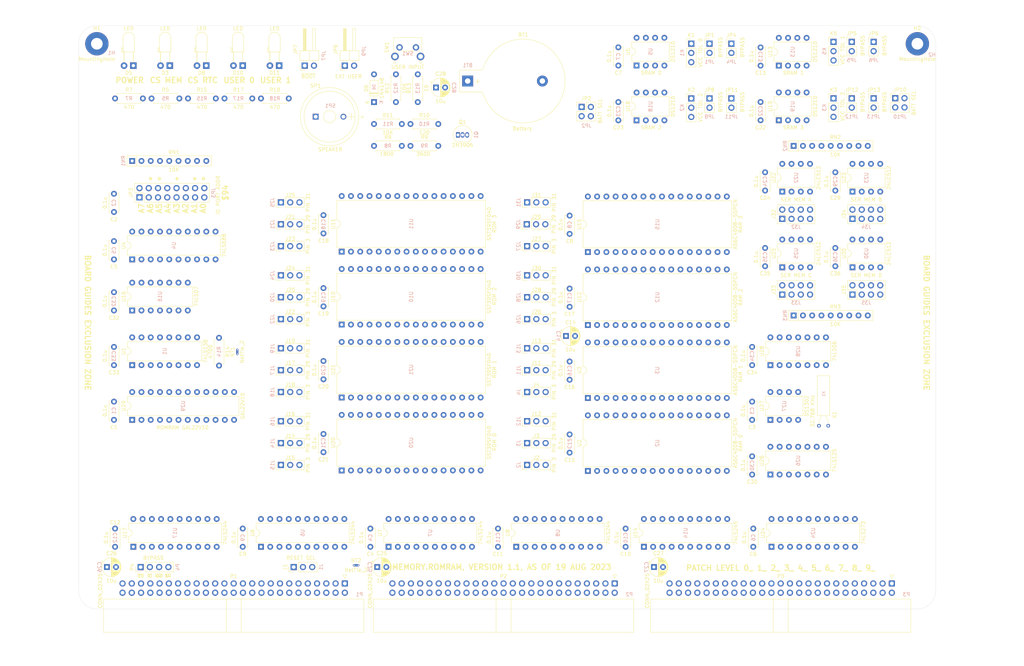
<source format=kicad_pcb>
(kicad_pcb (version 20211014) (generator pcbnew)
  (layers (0 "F.Cu" signal) (31 "B.Cu" signal) (34 "B.Paste" user) (35 "F.Paste" user) (36 "B.SilkS" user "B.Silkscreen") (37 "F.SilkS" user "F.Silkscreen") (38 "B.Mask" user) (39 "F.Mask" user) (44 "Edge.Cuts" user))
  (net 0 "")
  (net 1 "GND")
  (net 2 "VCC")
  (net 3 "Net-(D5-Pad2)")
  (net 4 "Net-(K1-Pad2)")
  (net 5 "Net-(K5-Pad2)")
  (net 6 "Net-(D3-Pad2)")
  (net 7 "Net-(D3-Pad1)")
  (net 8 "Net-(D8-Pad2)")
  (net 9 "Net-(D8-Pad1)")
  (net 10 "Net-(D10-Pad2)")
  (net 11 "Net-(D10-Pad1)")
  (net 12 "Net-(D11-Pad2)")
  (net 13 "Net-(D11-Pad1)")
  (net 14 "Net-(JP3-Pad10)")
  (net 15 "Net-(JP3-Pad8)")
  (net 16 "Net-(JP3-Pad6)")
  (net 17 "Net-(JP3-Pad4)")
  (net 18 "Net-(JP3-Pad2)")
  (net 19 "Net-(Q1-Pad3)")
  (net 20 "Net-(Q1-Pad2)")
  (net 21 "Net-(R10-Pad2)")
  (net 22 "Net-(U27-Pad3)")
  (net 23 "Net-(U27-Pad2)")
  (net 24 "/battery/V2032")
  (net 25 "VCC_SRAM0")
  (net 26 "VBAT2")
  (net 27 "VBAT1")
  (net 28 "~{CEO0}")
  (net 29 "~{CS_RAM0}")
  (net 30 "VCC_SRAM1")
  (net 31 "~{CEO1}")
  (net 32 "~{CS_RAM1}")
  (net 33 "/RTC/VBAT")
  (net 34 "bA14")
  (net 35 "bA15")
  (net 36 "~{bWR}")
  (net 37 "-12V")
  (net 38 "/bus/CRUCLK")
  (net 39 "~{M1}")
  (net 40 "~{MREQ}")
  (net 41 "~{IORQ}")
  (net 42 "~{WR}")
  (net 43 "~{RD}")
  (net 44 "A0")
  (net 45 "A1")
  (net 46 "A2")
  (net 47 "A3")
  (net 48 "A4")
  (net 49 "A5")
  (net 50 "A6")
  (net 51 "A7")
  (net 52 "A8")
  (net 53 "A9")
  (net 54 "A10")
  (net 55 "A11")
  (net 56 "A12")
  (net 57 "A13")
  (net 58 "A14")
  (net 59 "A15")
  (net 60 "+12V")
  (net 61 "D0")
  (net 62 "D1")
  (net 63 "D2")
  (net 64 "D3")
  (net 65 "D4")
  (net 66 "D5")
  (net 67 "D6")
  (net 68 "D7")
  (net 69 "/RTC/SPEAKER")
  (net 70 "bD2")
  (net 71 "bD1")
  (net 72 "bD0")
  (net 73 "bA13")
  (net 74 "bA0")
  (net 75 "bA8")
  (net 76 "bA1")
  (net 77 "bA9")
  (net 78 "bA2")
  (net 79 "bA11")
  (net 80 "bA3")
  (net 81 "~{bRD}")
  (net 82 "bA4")
  (net 83 "bA10")
  (net 84 "bA5")
  (net 85 "bA6")
  (net 86 "bD7")
  (net 87 "bA7")
  (net 88 "bD6")
  (net 89 "bA12")
  (net 90 "bD5")
  (net 91 "bD4")
  (net 92 "bD3")
  (net 93 "~{bIORQ}")
  (net 94 "~{bM1}")
  (net 95 "~{bRESET}")
  (net 96 "~{BUS_EN}")
  (net 97 "~{CS_RTC}")
  (net 98 "~{CS_ROM0}")
  (net 99 "~{bMREQ}")
  (net 100 "/RTC/RTC_DAT_IN")
  (net 101 "/RTC/RTC_CLK_IN")
  (net 102 "/RTC/RTC_WR_EN")
  (net 103 "/RTC/USERLED1")
  (net 104 "/RTC/RTC_RST_IN")
  (net 105 "/RTC/USERLED0")
  (net 106 "~{RTC_WR}")
  (net 107 "~{RTC_RD}")
  (net 108 "/RTC/RTC_DQ")
  (net 109 "ZERO")
  (net 110 "ONE")
  (net 111 "Net-(J2-Pad2)")
  (net 112 "Net-(J3-Pad2)")
  (net 113 "Net-(J4-Pad2)")
  (net 114 "Net-(J11-Pad2)")
  (net 115 "Net-(J12-Pad2)")
  (net 116 "Net-(J13-Pad2)")
  (net 117 "Net-(J14-Pad2)")
  (net 118 "Net-(J15-Pad2)")
  (net 119 "Net-(J16-Pad2)")
  (net 120 "Net-(J17-Pad2)")
  (net 121 "Net-(J18-Pad2)")
  (net 122 "Net-(J19-Pad2)")
  (net 123 "~{BOOT}")
  (net 124 "~{CS_ROM1}")
  (net 125 "Net-(J20-Pad2)")
  (net 126 "Net-(J21-Pad2)")
  (net 127 "Net-(J22-Pad2)")
  (net 128 "Net-(J23-Pad2)")
  (net 129 "Net-(J24-Pad2)")
  (net 130 "Net-(J25-Pad2)")
  (net 131 "Net-(J26-Pad2)")
  (net 132 "Net-(J27-Pad2)")
  (net 133 "Net-(J28-Pad2)")
  (net 134 "Net-(J29-Pad2)")
  (net 135 "Net-(J30-Pad2)")
  (net 136 "Net-(J31-Pad2)")
  (net 137 "Net-(JP3-Pad16)")
  (net 138 "Net-(JP3-Pad14)")
  (net 139 "Net-(JP3-Pad12)")
  (net 140 "A16")
  (net 141 "A17")
  (net 142 "A18")
  (net 143 "A19")
  (net 144 "A20")
  (net 145 "A21")
  (net 146 "bA17")
  (net 147 "bA16")
  (net 148 "bA18")
  (net 149 "~{IO_EN}")
  (net 150 "bA20")
  (net 151 "bA21")
  (net 152 "bA19")
  (net 153 "~{CS_ROM2}")
  (net 154 "~{CS_ROM3}")
  (net 155 "~{CS_RAM2}")
  (net 156 "~{CS_RAM3}")
  (net 157 "~{MEM_EN}")
  (net 158 "~{CS_MEM}")
  (net 159 "VCC_SRAM2")
  (net 160 "~{CEO2}")
  (net 161 "VCC_SRAM3")
  (net 162 "~{CEO3}")
  (net 163 "Net-(K2-Pad2)")
  (net 164 "Net-(K3-Pad2)")
  (net 165 "~{IEO}")
  (net 166 "~{IEI}")
  (net 167 "~{BAO}")
  (net 168 "~{BAI}")
  (net 169 "/RTC/USERBUTN")
  (net 170 "Net-(JP9-Pad1)")
  (net 171 "/bus/E")
  (net 172 "/bus/ST")
  (net 173 "/bus/PHI")
  (net 174 "/bus/~{INT2}")
  (net 175 "/bus/~{INT1}")
  (net 176 "/bus/~{BUSACK}")
  (net 177 "~{RES_IN}")
  (net 178 "/bus/CLK")
  (net 179 "/bus/CRUOUT")
  (net 180 "/bus/~{INT0}")
  (net 181 "/bus/CRUIN")
  (net 182 "/bus/~{NMI}")
  (net 183 "~{RES_OUT}")
  (net 184 "/bus/USER8")
  (net 185 "/bus/~{BUSRQ}")
  (net 186 "/bus/USER7")
  (net 187 "/bus/~{WAIT}")
  (net 188 "/bus/USER6")
  (net 189 "/bus/~{HALT}")
  (net 190 "/bus/USER5")
  (net 191 "/bus/~{RFSH}")
  (net 192 "/bus/USER4")
  (net 193 "/bus/~{EIRQ7}")
  (net 194 "/bus/USER3")
  (net 195 "/bus/~{EIRQ6}")
  (net 196 "/bus/USER2")
  (net 197 "/bus/~{EIRQ5}")
  (net 198 "/bus/USER1")
  (net 199 "/bus/~{EIRQ4}")
  (net 200 "/bus/USER0")
  (net 201 "/bus/~{EIRQ3}")
  (net 202 "/bus/~{EIRQ2}")
  (net 203 "/bus/~{EIRQ1}")
  (net 204 "/bus/~{EIRQ0}")
  (net 205 "I2C_SCL")
  (net 206 "I2C_SDA")
  (net 207 "/bus/A31")
  (net 208 "/bus/A30")
  (net 209 "/bus/A29")
  (net 210 "/bus/A28")
  (net 211 "/bus/A27")
  (net 212 "/bus/A26")
  (net 213 "/bus/A25")
  (net 214 "/bus/A24")
  (net 215 "/bus/A23")
  (net 216 "/bus/A22")
  (net 217 "/bus/IC3")
  (net 218 "/bus/~{TEND1}")
  (net 219 "/bus/IC2")
  (net 220 "/bus/~{DREQ1}")
  (net 221 "/bus/IC1")
  (net 222 "/bus/~{TEND0}")
  (net 223 "/bus/IC0")
  (net 224 "/bus/~{DREQ0}")
  (net 225 "/bus/AUXCLK1")
  (net 226 "/bus/AUXCLK0")
  (net 227 "/bus/D15")
  (net 228 "/bus/D31")
  (net 229 "/bus/D14")
  (net 230 "/bus/D30")
  (net 231 "/bus/D13")
  (net 232 "/bus/D29")
  (net 233 "/bus/D12")
  (net 234 "/bus/D28")
  (net 235 "/bus/D11")
  (net 236 "/bus/D27")
  (net 237 "/bus/D10")
  (net 238 "/bus/D26")
  (net 239 "/bus/D9")
  (net 240 "/bus/D25")
  (net 241 "/bus/D8")
  (net 242 "/bus/D24")
  (net 243 "/bus/D23")
  (net 244 "/bus/D22")
  (net 245 "/bus/D21")
  (net 246 "/bus/D20")
  (net 247 "/bus/D19")
  (net 248 "/bus/D18")
  (net 249 "/bus/D17")
  (net 250 "/bus/D16")
  (net 251 "/bus/~{BUSERR}")
  (net 252 "/bus/UDS")
  (net 253 "/bus/~{VPA}")
  (net 254 "/bus/LDS")
  (net 255 "/bus/~{VMA}")
  (net 256 "/bus/S2")
  (net 257 "/bus/~{BHE}")
  (net 258 "/bus/S1")
  (net 259 "/bus/IPL2")
  (net 260 "/bus/S0")
  (net 261 "/bus/IPL1")
  (net 262 "/bus/AUXCLK3")
  (net 263 "/bus/IPL0")
  (net 264 "/bus/AUXCLK2")
  (net 298 "Net-(J1-Pad2)")
  (net 299 "Net-(J33-Pad6)")
  (net 300 "Net-(J33-Pad4)")
  (net 301 "Net-(J33-Pad2)")
  (net 302 "Net-(J32-Pad2)")
  (net 303 "Net-(J32-Pad4)")
  (net 304 "Net-(J35-Pad6)")
  (net 305 "Net-(J35-Pad4)")
  (net 306 "Net-(J35-Pad2)")
  (net 307 "Net-(J32-Pad6)")
  (net 308 "Net-(J32-Pad8)")
  (net 309 "Net-(J33-Pad8)")
  (net 310 "Net-(J34-Pad2)")
  (net 311 "Net-(J34-Pad4)")
  (net 312 "Net-(J34-Pad6)")
  (net 313 "Net-(J34-Pad8)")
  (net 314 "Net-(J35-Pad8)")
  (footprint "Connector_IDC:IDC-Header_2x25_P2.54mm_Horizontal" (layer "F.Cu") (at 258 223 -90)
    (fp_text reference "P3")
    (fp_text value "CONN_02X25")
  )
  (footprint "MountingHole:MountingHole_3.2mm_M3_Pad" (layer "F.Cu") (at 40 75)
    (fp_text reference "H1")
    (fp_text value "MountingHole")
  )
  (footprint "MountingHole:MountingHole_3.2mm_M3_Pad" (layer "F.Cu") (at 265 75)
    (fp_text reference "H2")
    (fp_text value "MountingHole")
  )
  (footprint "Capacitor_THT:C_Disc_D5.0mm_W2.5mm_P5.00mm" (layer "F.Cu") (at 169.64 182.1252 -90)
    (fp_text reference "C15")
    (fp_text value "0.1u")
  )
  (footprint "Capacitor_THT:C_Disc_D5.0mm_W2.5mm_P5.00mm" (layer "F.Cu") (at 169.64 162.13 -90)
    (fp_text reference "C16")
    (fp_text value "0.1u")
  )
  (footprint "Capacitor_THT:C_Disc_D5.0mm_W2.5mm_P5.00mm" (layer "F.Cu") (at 150 207.94 -90)
    (fp_text reference "C11")
    (fp_text value "0.1u")
  )
  (footprint "Capacitor_THT:C_Disc_D5.0mm_W2.5mm_P5.00mm" (layer "F.Cu") (at 45 207.94 -90)
    (fp_text reference "C12")
    (fp_text value "0.1u")
  )
  (footprint "Capacitor_THT:C_Disc_D5.0mm_W2.5mm_P5.00mm" (layer "F.Cu") (at 44.69 173.13 -90)
    (fp_text reference "C1")
    (fp_text value "0.1u")
  )
  (footprint "Capacitor_THT:C_Disc_D5.0mm_W2.5mm_P5.00mm" (layer "F.Cu") (at 115 207.94 -90)
    (fp_text reference "C4")
    (fp_text value "0.1u")
  )
  (footprint "Capacitor_THT:C_Disc_D5.0mm_W2.5mm_P5.00mm" (layer "F.Cu") (at 80 207.94 -90)
    (fp_text reference "C9")
    (fp_text value "0.1u")
  )
  (footprint "Capacitor_THT:CP_Radial_D5.0mm_P2.50mm" (layer "F.Cu") (at 116.8796 218.5)
    (fp_text reference "C25")
    (fp_text value "10u")
  )
  (footprint "Capacitor_THT:CP_Radial_D5.0mm_P2.50mm" (layer "F.Cu") (at 42.7498 218.5)
    (fp_text reference "C26")
    (fp_text value "10u")
  )
  (footprint "LED_THT:LED_D3.0mm_Horizontal_O3.81mm_Z2.0mm" (layer "F.Cu") (at 50 81 180)
    (fp_text reference "D5")
    (fp_text value "LED")
  )
  (footprint "Resistor_THT:R_Axial_DIN0207_L6.3mm_D2.5mm_P7.62mm_Horizontal" (layer "F.Cu") (at 45 90)
    (fp_text reference "R7")
    (fp_text value "470")
  )
  (footprint "Package_DIP:DIP-20_W7.62mm" (layer "F.Cu") (at 85 212.94 90)
    (fp_text reference "U6")
    (fp_text value "74LS244")
  )
  (footprint "Package_DIP:DIP-32_W15.24mm" (layer "F.Cu") (at 174.64 192.13 90)
    (fp_text reference "U2")
    (fp_text value "AS6C4008-55PCN")
  )
  (footprint "Package_DIP:DIP-32_W15.24mm" (layer "F.Cu") (at 174.64 172.13 90)
    (fp_text reference "U3")
    (fp_text value "AS6C4008-55PCN")
  )
  (footprint "Package_DIP:DIP-20_W7.62mm" (layer "F.Cu") (at 50 212.94 90)
    (fp_text reference "U17")
    (fp_text value "74LS244")
  )
  (footprint "Package_DIP:DIP-14_W7.62mm" (layer "F.Cu") (at 49.69 148.13 90)
    (fp_text reference "U16")
    (fp_text value "74LS07")
  )
  (footprint "Capacitor_THT:C_Disc_D5.0mm_W2.5mm_P5.00mm" (layer "F.Cu") (at 185 207.94 -90)
    (fp_text reference "C10")
    (fp_text value "0.1u")
  )
  (footprint "Package_DIP:DIP-20_W7.62mm" (layer "F.Cu") (at 120 212.94 90)
    (fp_text reference "U7")
    (fp_text value "74LS244")
  )
  (footprint "Package_DIP:DIP-20_W7.62mm" (layer "F.Cu") (at 49.69 134.13 90)
    (fp_text reference "U4")
    (fp_text value "74LS688")
  )
  (footprint "Resistor_THT:R_Array_SIP9" (layer "F.Cu") (at 49.69 107.13)
    (fp_text reference "RN1")
    (fp_text value "10K")
  )
  (footprint "Capacitor_THT:C_Disc_D5.0mm_W2.5mm_P5.00mm" (layer "F.Cu") (at 44.69 129.13 -90)
    (fp_text reference "C5")
    (fp_text value "0.1u")
  )
  (footprint "Connector_PinHeader_2.54mm:PinHeader_2x08_P2.54mm_Vertical" (layer "F.Cu") (at 51.69 117.13 90)
    (fp_text reference "JP3")
    (fp_text value "IO PORT ADDR")
  )
  (footprint "Capacitor_THT:C_Disc_D5.0mm_W2.5mm_P5.00mm" (layer "F.Cu") (at 44.69 116.13 -90)
    (fp_text reference "C2")
    (fp_text value "0.1u")
  )
  (footprint "Capacitor_THT:C_Disc_D5.0mm_W2.5mm_P5.00mm" (layer "F.Cu") (at 219.69 173.13 -90)
    (fp_text reference "C3")
    (fp_text value "0.1u")
  )
  (footprint "Capacitor_THT:CP_Radial_D5.0mm_P2.50mm" (layer "F.Cu") (at 192.7498 218.5)
    (fp_text reference "C27")
    (fp_text value "10u")
  )
  (footprint "Capacitor_THT:CP_Radial_D5.0mm_P2.50mm" (layer "F.Cu") (at 133 87)
    (fp_text reference "C28")
    (fp_text value "10u")
  )
  (footprint "Capacitor_THT:C_Disc_D5.0mm_W2.5mm_P5.00mm" (layer "F.Cu") (at 219.69 188.13 -90)
    (fp_text reference "C30")
    (fp_text value "0.1u")
  )
  (footprint "Capacitor_THT:C_Disc_D5.0mm_W2.5mm_P5.00mm" (layer "F.Cu") (at 44.69 143.13 -90)
    (fp_text reference "C32")
    (fp_text value "0.1u")
  )
  (footprint "Capacitor_THT:C_Disc_D5.0mm_W2.5mm_P5.00mm" (layer "F.Cu") (at 44.69 158.13 -90)
    (fp_text reference "C33")
    (fp_text value "0.1u")
  )
  (footprint "Capacitor_THT:C_Disc_D5.0mm_W2.5mm_P5.00mm" (layer "F.Cu") (at 219.69 158.13 -90)
    (fp_text reference "C34")
    (fp_text value "0.1u")
  )
  (footprint "LED_THT:LED_D3.0mm_Horizontal_O3.81mm_Z2.0mm" (layer "F.Cu") (at 70 81 180)
    (fp_text reference "D8")
    (fp_text value "LED")
  )
  (footprint "LED_THT:LED_D3.0mm_Horizontal_O3.81mm_Z2.0mm" (layer "F.Cu") (at 80 81 180)
    (fp_text reference "D10")
    (fp_text value "LED")
  )
  (footprint "LED_THT:LED_D3.0mm_Horizontal_O3.81mm_Z2.0mm" (layer "F.Cu") (at 90 81 180)
    (fp_text reference "D11")
    (fp_text value "LED")
  )
  (footprint "Connector_PinHeader_2.54mm:PinHeader_1x02_P2.54mm_Horizontal" (layer "F.Cu") (at 108 81 90)
    (fp_text reference "JP9")
    (fp_text value "EXT USER")
  )
  (footprint "Connector_PinHeader_2.54mm:PinHeader_2x02_P2.54mm_Vertical" (layer "F.Cu") (at 258.925 89.925)
    (fp_text reference "JP10")
    (fp_text value "BATT SEL")
  )
  (footprint "Connector_IDC:IDC-Header_2x25_P2.54mm_Horizontal" (layer "F.Cu") (at 108 223 -90)
    (fp_text reference "P1")
    (fp_text value "CONN_02X25")
  )
  (footprint "Connector_IDC:IDC-Header_2x25_P2.54mm_Horizontal" (layer "F.Cu") (at 182 223 -90)
    (fp_text reference "P2")
    (fp_text value "CONN_02X25")
  )
  (footprint "Package_TO_SOT_THT:TO-92_Inline" (layer "F.Cu") (at 139 100)
    (fp_text reference "Q1")
    (fp_text value "2N3906")
  )
  (footprint "Resistor_THT:R_Axial_DIN0207_L6.3mm_D2.5mm_P7.62mm_Horizontal" (layer "F.Cu") (at 116 103)
    (fp_text reference "R8")
    (fp_text value "1800")
  )
  (footprint "Resistor_THT:R_Axial_DIN0207_L6.3mm_D2.5mm_P7.62mm_Horizontal" (layer "F.Cu") (at 126 103)
    (fp_text reference "R9")
    (fp_text value "3600")
  )
  (footprint "Resistor_THT:R_Axial_DIN0207_L6.3mm_D2.5mm_P7.62mm_Horizontal" (layer "F.Cu") (at 126 97)
    (fp_text reference "R10")
    (fp_text value "120")
  )
  (footprint "Resistor_THT:R_Axial_DIN0207_L6.3mm_D2.5mm_P7.62mm_Horizontal" (layer "F.Cu") (at 116 97)
    (fp_text reference "R11")
    (fp_text value "10K")
  )
  (footprint "Resistor_THT:R_Axial_DIN0207_L6.3mm_D2.5mm_P7.62mm_Horizontal" (layer "F.Cu") (at 122 91 90)
    (fp_text reference "R12")
    (fp_text value "10K")
  )
  (footprint "Resistor_THT:R_Axial_DIN0207_L6.3mm_D2.5mm_P7.62mm_Horizontal" (layer "F.Cu") (at 128 91 90)
    (fp_text reference "R13")
    (fp_text value "10")
  )
  (footprint "Resistor_THT:R_Axial_DIN0207_L6.3mm_D2.5mm_P7.62mm_Horizontal" (layer "F.Cu") (at 65 90)
    (fp_text reference "R15")
    (fp_text value "470")
  )
  (footprint "Resistor_THT:R_Axial_DIN0207_L6.3mm_D2.5mm_P7.62mm_Horizontal" (layer "F.Cu") (at 75 90)
    (fp_text reference "R17")
    (fp_text value "470")
  )
  (footprint "Resistor_THT:R_Axial_DIN0207_L6.3mm_D2.5mm_P7.62mm_Horizontal" (layer "F.Cu") (at 85 90)
    (fp_text reference "R18")
    (fp_text value "470")
  )
  (footprint "Buzzer_Beeper:MagneticBuzzer_StarMicronics_HMB-06_HMB-12" (layer "F.Cu") (at 100 95)
    (fp_text reference "SP1")
    (fp_text value "SPEAKER")
  )
  (footprint "Button_Switch_THT:SW_Tactile_SPST_Angled_PTS645Vx58-2LFS" (layer "F.Cu") (at 123 76)
    (fp_text reference "SW1")
    (fp_text value "USER INPUT")
  )
  (footprint "Package_DIP:DIP-20_W7.62mm" (layer "F.Cu") (at 225 212.94 90)
    (fp_text reference "U24")
    (fp_text value "74LS273")
  )
  (footprint "Package_DIP:DIP-14_W7.62mm" (layer "F.Cu") (at 224.69 193.13 90)
    (fp_text reference "U26")
    (fp_text value "74LS125")
  )
  (footprint "Package_DIP:DIP-8_W7.62mm" (layer "F.Cu") (at 224.69 178.13 90)
    (fp_text reference "U27")
    (fp_text value "DS1302")
  )
  (footprint "Package_DIP:DIP-14_W7.62mm" (layer "F.Cu") (at 224.69 163.13 90)
    (fp_text reference "U28")
    (fp_text value "74LS06")
  )
  (footprint "Crystal:Crystal_AT310_D3.0mm_L10.0mm_Horizontal" (layer "F.Cu") (at 240.55 179.75 180)
    (fp_text reference "X1")
    (fp_text value "32.768 KHz")
  )
  (footprint "Package_DIP:DIP-20_W7.62mm" (layer "F.Cu") (at 190 212.94 90)
    (fp_text reference "U14")
    (fp_text value "74LS245")
  )
  (footprint "Connector_PinHeader_2.54mm:PinHeader_1x02_P2.54mm_Vertical" (layer "F.Cu") (at 214 74.975)
    (fp_text reference "JP4")
    (fp_text value "BYPASS")
  )
  (footprint "Connector_PinHeader_2.54mm:PinHeader_1x02_P2.54mm_Vertical" (layer "F.Cu") (at 247 74.495)
    (fp_text reference "JP5")
    (fp_text value "BYPASS")
  )
  (footprint "Connector_PinHeader_2.54mm:PinHeader_1x03_P2.54mm_Vertical" (layer "F.Cu") (at 242 74.495)
    (fp_text reference "K5")
    (fp_text value "VCC TOL 1")
  )
  (footprint "Connector_PinHeader_2.54mm:PinHeader_1x02_P2.54mm_Vertical" (layer "F.Cu") (at 253 74.495)
    (fp_text reference "JP6")
    (fp_text value "BYPASS")
  )
  (footprint "Connector_PinHeader_2.54mm:PinHeader_1x02_P2.54mm_Vertical" (layer "F.Cu") (at 208 74.975)
    (fp_text reference "JP1")
    (fp_text value "BYPASS")
  )
  (footprint "Capacitor_THT:C_Disc_D5.0mm_W2.5mm_P5.00mm" (layer "F.Cu") (at 183 75.975 -90)
    (fp_text reference "C7")
    (fp_text value "0.1u")
  )
  (footprint "Connector_PinHeader_2.54mm:PinHeader_1x03_P2.54mm_Vertical" (layer "F.Cu") (at 203 74.975)
    (fp_text reference "K1")
    (fp_text value "VCC TOL 0")
  )
  (footprint "Package_DIP:DIP-8_W7.62mm" (layer "F.Cu") (at 188 80.975 90)
    (fp_text reference "U5")
    (fp_text value "DS1210")
  )
  (footprint "Package_DIP:DIP-8_W7.62mm" (layer "F.Cu") (at 227 80.995 90)
    (fp_text reference "U13")
    (fp_text value "DS1210")
  )
  (footprint "Connector_PinHeader_2.54mm:PinHeader_2x02_P2.54mm_Vertical" (layer "F.Cu") (at 172.925 92.325)
    (fp_text reference "JP2")
    (fp_text value "BATT SEL")
  )
  (footprint "Diode_THT:D_DO-35_SOD27_P7.62mm_Horizontal" (layer "F.Cu") (at 116 91 90)
    (fp_text reference "D6")
    (fp_text value "1N4148")
  )
  (footprint "Capacitor_THT:C_Disc_D5.0mm_W2.5mm_P5.00mm" (layer "F.Cu") (at 220 207.94 -90)
    (fp_text reference "C6")
    (fp_text value "0.1u")
  )
  (footprint "Capacitor_THT:C_Disc_D5.0mm_W2.5mm_P5.00mm" (layer "F.Cu") (at 222 75.995 -90)
    (fp_text reference "C13")
    (fp_text value "0.1u")
  )
  (footprint "Capacitor_THT:C_Disc_D5.0mm_W2.5mm_P5.00mm" (layer "F.Cu") (at 169.64 142.13 -90)
    (fp_text reference "C17")
    (fp_text value "0.1u")
  )
  (footprint "Package_DIP:DIP-24_W7.62mm" (layer "F.Cu") (at 49.69 178.13 90)
    (fp_text reference "U29")
    (fp_text value "GAL22V10")
  )
  (footprint "Capacitor_THT:C_Disc_D5.0mm_W2.5mm_P5.00mm" (layer "F.Cu") (at 169.64 122.13 -90)
    (fp_text reference "C8")
    (fp_text value "0.1u")
  )
  (footprint "Connector_PinHeader_2.54mm:PinHeader_1x03_P2.54mm_Vertical" (layer "F.Cu") (at 157.975 190.5 90)
    (fp_text reference "J2")
    (fp_text value "PIN 3")
  )
  (footprint "Connector_PinHeader_2.54mm:PinHeader_1x03_P2.54mm_Vertical" (layer "F.Cu") (at 157.975 184.5 90)
    (fp_text reference "J3")
    (fp_text value "PIN 29")
  )
  (footprint "Connector_PinHeader_2.54mm:PinHeader_1x03_P2.54mm_Vertical" (layer "F.Cu") (at 157.975 170.5 90)
    (fp_text reference "J4")
    (fp_text value "PIN 3")
  )
  (footprint "Connector_PinHeader_2.54mm:PinHeader_1x03_P2.54mm_Vertical" (layer "F.Cu") (at 157.975 164.5 90)
    (fp_text reference "J11")
    (fp_text value "PIN 29")
  )
  (footprint "Connector_PinHeader_2.54mm:PinHeader_1x03_P2.54mm_Vertical" (layer "F.Cu") (at 157.975 178.5 90)
    (fp_text reference "J12")
    (fp_text value "PIN 31")
  )
  (footprint "Connector_PinHeader_2.54mm:PinHeader_1x03_P2.54mm_Vertical" (layer "F.Cu") (at 157.975 158.5 90)
    (fp_text reference "J13")
    (fp_text value "PIN 31")
  )
  (footprint "Connector_PinHeader_2.54mm:PinHeader_1x03_P2.54mm_Vertical" (layer "F.Cu") (at 90.475 190.5 90)
    (fp_text reference "J15")
    (fp_text value "PIN 3")
  )
  (footprint "Connector_PinHeader_2.54mm:PinHeader_1x03_P2.54mm_Vertical" (layer "F.Cu") (at 90.475 178.5 90)
    (fp_text reference "J16")
    (fp_text value "PIN 31")
  )
  (footprint "Connector_PinHeader_2.54mm:PinHeader_1x03_P2.54mm_Vertical" (layer "F.Cu") (at 90.475 158.5 90)
    (fp_text reference "J19")
    (fp_text value "PIN 31")
  )
  (footprint "Connector_PinHeader_2.54mm:PinHeader_1x03_P2.54mm_Vertical" (layer "F.Cu") (at 90.475 170.5 90)
    (fp_text reference "J18")
    (fp_text value "PIN 3")
  )
  (footprint "Connector_PinHeader_2.54mm:PinHeader_1x03_P2.54mm_Vertical" (layer "F.Cu") (at 90.475 164.5 90)
    (fp_text reference "J17")
    (fp_text value "PIN 29")
  )
  (footprint "Connector_PinHeader_2.54mm:PinHeader_1x03_P2.54mm_Vertical" (layer "F.Cu") (at 90.475 184.5 90)
    (fp_text reference "J14")
    (fp_text value "PIN 29")
  )
  (footprint "Connector_PinHeader_2.54mm:PinHeader_1x02_P2.54mm_Horizontal" (layer "F.Cu") (at 97 81 90)
    (fp_text reference "JP7")
    (fp_text value "~{BOOT}")
  )
  (footprint "Resistor_THT:R_Axial_DIN0207_L6.3mm_D2.5mm_P7.62mm_Horizontal" (layer "F.Cu") (at 73.5 155.63 -90)
    (fp_text reference "R14")
    (fp_text value "4700")
  )
  (footprint "Connector_PinHeader_2.54mm:PinHeader_1x03_P2.54mm_Vertical" (layer "F.Cu") (at 90.475 144.5 90)
    (fp_text reference "J20")
    (fp_text value "PIN 29")
  )
  (footprint "Connector_PinHeader_2.54mm:PinHeader_1x03_P2.54mm_Vertical" (layer "F.Cu") (at 90.475 124.5 90)
    (fp_text reference "J21")
    (fp_text value "PIN 29")
  )
  (footprint "Connector_PinHeader_2.54mm:PinHeader_1x03_P2.54mm_Vertical" (layer "F.Cu") (at 90.475 150.5 90)
    (fp_text reference "J22")
    (fp_text value "PIN 3")
  )
  (footprint "Connector_PinHeader_2.54mm:PinHeader_1x03_P2.54mm_Vertical" (layer "F.Cu") (at 90.475 130.5 90)
    (fp_text reference "J23")
    (fp_text value "PIN 3")
  )
  (footprint "Connector_PinHeader_2.54mm:PinHeader_1x03_P2.54mm_Vertical" (layer "F.Cu") (at 90.475 138.5 90)
    (fp_text reference "J24")
    (fp_text value "PIN 31")
  )
  (footprint "Connector_PinHeader_2.54mm:PinHeader_1x03_P2.54mm_Vertical" (layer "F.Cu") (at 90.475 118.5 90)
    (fp_text reference "J25")
    (fp_text value "PIN 31")
  )
  (footprint "Connector_PinHeader_2.54mm:PinHeader_1x03_P2.54mm_Vertical" (layer "F.Cu") (at 157.975 130.5 90)
    (fp_text reference "J27")
    (fp_text value "PIN 3")
  )
  (footprint "Connector_PinHeader_2.54mm:PinHeader_1x03_P2.54mm_Vertical" (layer "F.Cu") (at 157.975 144.5 90)
    (fp_text reference "J28")
    (fp_text value "PIN 29")
  )
  (footprint "Connector_PinHeader_2.54mm:PinHeader_1x03_P2.54mm_Vertical" (layer "F.Cu") (at 157.895 124.5 90)
    (fp_text reference "J29")
    (fp_text value "PIN 29")
  )
  (footprint "Connector_PinHeader_2.54mm:PinHeader_1x03_P2.54mm_Vertical" (layer "F.Cu") (at 157.975 138.5 90)
    (fp_text reference "J30")
    (fp_text value "PIN 31")
  )
  (footprint "Connector_PinHeader_2.54mm:PinHeader_1x03_P2.54mm_Vertical" (layer "F.Cu") (at 157.975 118.5 90)
    (fp_text reference "J31")
    (fp_text value "PIN 31")
  )
  (footprint "Package_DIP:DIP-20_W7.62mm" (layer "F.Cu") (at 155 212.94 90)
    (fp_text reference "U8")
    (fp_text value "74LS244")
  )
  (footprint "Package_DIP:DIP-32_W15.24mm" (layer "F.Cu") (at 107.14 152.005 90)
    (fp_text reference "U10")
    (fp_text value "SST39SF040")
  )
  (footprint "Package_DIP:DIP-32_W15.24mm" (layer "F.Cu") (at 107.14 132.005 90)
    (fp_text reference "U11")
    (fp_text value "SST39SF040")
  )
  (footprint "Package_DIP:DIP-32_W15.24mm" (layer "F.Cu") (at 174.64 152.13 90)
    (fp_text reference "U12")
    (fp_text value "AS6C4008-55PCN")
  )
  (footprint "Package_DIP:DIP-16_W7.62mm" (layer "F.Cu") (at 49.69 163.13 90)
    (fp_text reference "U1")
    (fp_text value "74LS138")
  )
  (footprint "Package_DIP:DIP-32_W15.24mm" (layer "F.Cu") (at 174.64 132.13 90)
    (fp_text reference "U15")
    (fp_text value "AS6C4008-55PCN")
  )
  (footprint "Connector_PinHeader_2.54mm:PinHeader_1x03_P2.54mm_Vertical" (layer "F.Cu") (at 157.975 150.5 90)
    (fp_text reference "J26")
    (fp_text value "PIN 3")
  )
  (footprint "Capacitor_THT:CP_Radial_D5.0mm_P2.50mm" (layer "F.Cu") (at 168.64 155.13)
    (fp_text reference "C14")
    (fp_text value "10u")
  )
  (footprint "Package_DIP:DIP-32_W15.24mm" (layer "F.Cu") (at 107.14 172.005 90)
    (fp_text reference "U21")
    (fp_text value "SST39SF040")
  )
  (footprint "Package_DIP:DIP-32_W15.24mm" (layer "F.Cu") (at 107.14 192.005 90)
    (fp_text reference "U20")
    (fp_text value "SST39SF040")
  )
  (footprint "Capacitor_THT:C_Disc_D5.0mm_W2.5mm_P5.00mm" (layer "F.Cu") (at 102.14 122.005 -90)
    (fp_text reference "C18")
    (fp_text value "0.1u")
  )
  (footprint "Capacitor_THT:C_Disc_D5.0mm_W2.5mm_P5.00mm" (layer "F.Cu") (at 102.14 142.005 -90)
    (fp_text reference "C19")
    (fp_text value "0.1u")
  )
  (footprint "Capacitor_THT:C_Disc_D5.0mm_W2.5mm_P5.00mm" (layer "F.Cu") (at 102.14 162.005 -90)
    (fp_text reference "C20")
    (fp_text value "0.1u")
  )
  (footprint "Capacitor_THT:C_Disc_D5.0mm_W2.5mm_P5.00mm" (layer "F.Cu") (at 102.14 182.005 -90)
    (fp_text reference "C21")
    (fp_text value "0.1u")
  )
  (footprint "Connector_PinHeader_2.54mm:PinHeader_1x02_P2.54mm_Vertical" (layer "F.Cu") (at 208 89.995)
    (fp_text reference "JP8")
    (fp_text value "BYPASS")
  )
  (footprint "Connector_PinHeader_2.54mm:PinHeader_1x02_P2.54mm_Vertical" (layer "F.Cu") (at 214 89.995)
    (fp_text reference "JP11")
    (fp_text value "BYPASS")
  )
  (footprint "Connector_PinHeader_2.54mm:PinHeader_1x02_P2.54mm_Vertical" (layer "F.Cu") (at 247 89.975)
    (fp_text reference "JP12")
    (fp_text value "BYPASS")
  )
  (footprint "Connector_PinHeader_2.54mm:PinHeader_1x02_P2.54mm_Vertical" (layer "F.Cu") (at 253 89.975)
    (fp_text reference "JP13")
    (fp_text value "BYPASS")
  )
  (footprint "Connector_PinHeader_2.54mm:PinHeader_1x03_P2.54mm_Vertical" (layer "F.Cu") (at 203 89.995)
    (fp_text reference "K2")
    (fp_text value "VCC TOL 2")
  )
  (footprint "Connector_PinHeader_2.54mm:PinHeader_1x03_P2.54mm_Vertical" (layer "F.Cu") (at 242 89.975)
    (fp_text reference "K3")
    (fp_text value "VCC TOL 3")
  )
  (footprint "Package_DIP:DIP-8_W7.62mm" (layer "F.Cu") (at 188 95.995 90)
    (fp_text reference "U18")
    (fp_text value "DS1210")
  )
  (footprint "Package_DIP:DIP-8_W7.62mm" (layer "F.Cu") (at 227 95.975 90)
    (fp_text reference "U19")
    (fp_text value "DS1210")
  )
  (footprint "Capacitor_THT:C_Disc_D5.0mm_W2.5mm_P5.00mm" (layer "F.Cu") (at 222 90.975 -90)
    (fp_text reference "C22")
    (fp_text value "0.1u")
  )
  (footprint "Capacitor_THT:C_Disc_D5.0mm_W2.5mm_P5.00mm" (layer "F.Cu") (at 183 90.995 -90)
    (fp_text reference "C23")
    (fp_text value "0.1u")
  )
  (footprint "LED_THT:LED_D3.0mm_Horizontal_O3.81mm_Z2.0mm" (layer "F.Cu") (at 60 81 180)
    (fp_text reference "D3")
    (fp_text value "LED")
  )
  (footprint "Connector_PinHeader_2.54mm:PinHeader_1x04_P2.54mm_Vertical" (layer "F.Cu") (at 52 218.5 90)
    (fp_text reference "P4")
    (fp_text value "BYPASS")
  )
  (footprint "Resistor_THT:R_Axial_DIN0207_L6.3mm_D2.5mm_P7.62mm_Horizontal" (layer "F.Cu") (at 55 90)
    (fp_text reference "R5")
    (fp_text value "470")
  )
  (footprint "NetTie:NetTie-2_THT_Pad0.3mm" (layer "F.Cu") (at 110.5 218)
    (fp_text reference "NT2")
    (fp_text value "NetTie_2")
  )
  (footprint "Connector_PinHeader_2.54mm:PinHeader_2x04_P2.54mm_Vertical" (layer "F.Cu") (at 247.2 143.775 90)
    (fp_text reference "J35")
    (fp_text value "SER MEM D")
  )
  (footprint "Package_DIP:DIP-8_W7.62mm" (layer "F.Cu") (at 227.95 136.3 90)
    (fp_text reference "U25")
    (fp_text value "24LC512")
  )
  (footprint "Resistor_THT:R_Array_SIP9" (layer "F.Cu") (at 231.075 149.5)
    (fp_text reference "RN3")
    (fp_text value "10K")
  )
  (footprint "Package_DIP:DIP-8_W7.62mm" (layer "F.Cu") (at 227.95 115.55 90)
    (fp_text reference "U22")
    (fp_text value "24LC512")
  )
  (footprint "Capacitor_THT:C_Disc_D5.0mm_W2.5mm_P5.00mm" (layer "F.Cu") (at 242.5 110.25 -90)
    (fp_text reference "C29")
    (fp_text value "0.1u")
  )
  (footprint "Connector_PinHeader_2.54mm:PinHeader_2x04_P2.54mm_Vertical" (layer "F.Cu") (at 247.2 123.025 90)
    (fp_text reference "J34")
    (fp_text value "SER MEM B")
  )
  (footprint "NetTie:NetTie-2_THT_Pad0.3mm" (layer "F.Cu") (at 78.5 160.1 90)
    (fp_text reference "NT1")
    (fp_text value "NetTie_2")
  )
  (footprint "Connector_PinHeader_2.54mm:PinHeader_2x04_P2.54mm_Vertical" (layer "F.Cu") (at 227.95 143.775 90)
    (fp_text reference "J33")
    (fp_text value "SER MEM C")
  )
  (footprint "Package_DIP:DIP-8_W7.62mm" (layer "F.Cu") (at 247.2 136.3 90)
    (fp_text reference "U30")
    (fp_text value "24LC512")
  )
  (footprint "Battery:BatteryHolder_Keystone_103_1x20mm" (layer "F.Cu") (at 141.68 85.22)
    (fp_text reference "BT1")
    (fp_text value "Battery")
  )
  (footprint "Capacitor_THT:C_Disc_D5.0mm_W2.5mm_P5.00mm" (layer "F.Cu") (at 223.25 110.25 -90)
    (fp_text reference "C24")
    (fp_text value "0.1u")
  )
  (footprint "Package_DIP:DIP-8_W7.62mm" (layer "F.Cu") (at 247.2 115.55 90)
    (fp_text reference "U23")
    (fp_text value "24LC512")
  )
  (footprint "Connector_PinHeader_2.54mm:PinHeader_1x03_P2.54mm_Vertical" (layer "F.Cu") (at 93.975 218.5 90)
    (fp_text reference "J1")
    (fp_text value "RESET SEL")
  )
  (footprint "Connector_PinHeader_2.54mm:PinHeader_2x04_P2.54mm_Vertical" (layer "F.Cu") (at 227.95 123.025 90)
    (fp_text reference "J32")
    (fp_text value "SER MEM A")
  )
  (footprint "Resistor_THT:R_Array_SIP9" (layer "F.Cu") (at 231.075 103)
    (fp_text reference "RN2")
    (fp_text value "10K")
  )
  (footprint "Capacitor_THT:C_Disc_D5.0mm_W2.5mm_P5.00mm" (layer "F.Cu") (at 223.25 131 -90)
    (fp_text reference "C35")
    (fp_text value "0.1u")
  )
  (footprint "Capacitor_THT:C_Disc_D5.0mm_W2.5mm_P5.00mm" (layer "F.Cu") (at 242.5 131 -90)
    (fp_text reference "C36")
    (fp_text value "0.1u")
  )
  (gr_line (start 35 75) (end 35 225) (layer "Edge.Cuts") (width 0.05))
  (gr_line (start 40 230) (end 265 230) (layer "Edge.Cuts") (width 0.05))
  (gr_line (start 270 225) (end 270 75) (layer "Edge.Cuts") (width 0.05))
  (gr_line (start 265 70) (end 40 70) (layer "Edge.Cuts") (width 0.05))
  (gr_arc (start 40 230) (mid 36.464466 228.535534) (end 35 225) (layer "Edge.Cuts") (width 0.05))
  (gr_arc (start 35 75) (mid 36.464466 71.464466) (end 40 70) (layer "Edge.Cuts") (width 0.05))
  (gr_arc (start 270 225) (mid 268.535534 228.535534) (end 265 230) (layer "Edge.Cuts") (width 0.05))
  (gr_arc (start 265 70) (mid 268.535534 71.464466) (end 270 75) (layer "Edge.Cuts") (width 0.05))
  (gr_text "BOARD GUIDES EXCLUSION ZONE" (at 267.5 151.5 270) (layer "F.SilkS") (effects (font (size 1.5 1.5) (thickness 0.3))))
  (gr_text "BOARD GUIDES EXCLUSION ZONE" (at 37.5 151.5 270) (layer "F.SilkS") (effects (font (size 1.5 1.5) (thickness 0.3))))
  (gr_text "A7\nA6\nA5\nA4\nA3\nA2\nA1\nA0" (at 60.69 120.13 90) (layer "F.SilkS") (effects (font (size 1.5 1.5) (thickness 0.3))))
  (gr_text "CS RTC" (at 69 85) (layer "F.SilkS") (effects (font (size 1.5 1.5) (thickness 0.3))))
  (gr_text "USER 0" (at 79 85) (layer "F.SilkS") (effects (font (size 1.5 1.5) (thickness 0.3))))
  (gr_text "USER 1" (at 89 85) (layer "F.SilkS") (effects (font (size 1.5 1.5) (thickness 0.3))))
  (gr_text "~{IEI}" (at 54.5 221) (layer "F.SilkS") (effects (font (size 0.7 0.7) (thickness 0.175))))
  (gr_text "~{BAO}" (at 57 221) (layer "F.SilkS") (effects (font (size 0.7 0.7) (thickness 0.175))))
  (gr_text "~{BAI}" (at 59.5 221) (layer "F.SilkS") (effects (font (size 0.7 0.7) (thickness 0.175))))
  (gr_text "ROM 1" (at 149 164.25 90) (layer "F.SilkS") (effects (font (size 1 1))))
  (gr_text "ROM 3" (at 149 124.385 90) (layer "F.SilkS") (effects (font (size 1 1))))
  (gr_text "$94" (at 75.25 115.86 90) (layer "F.SilkS") (effects (font (size 1.5 1.5) (thickness 0.3))))
  (gr_text "ROM 0" (at 149 184.25 90) (layer "F.SilkS") (effects (font (size 1 1))))
  (gr_text "SRAM 3" (at 231 97.975) (layer "F.SilkS") (effects (font (size 1 1))))
  (gr_text "\n*\n*\n\n*\n\n*\n*" (at 61.25 112 90) (layer "F.SilkS") (effects (font (size 1.5 1.5) (thickness 0.3))))
  (gr_text "RAM 1" (at 216.5 165.5 90) (layer "F.SilkS") (effects (font (size 1 1))))
  (gr_text "MEMORY.ROMRAM, VERSION 1.1, AS OF 19 AUG 2023" (at 151 218.5) (layer "F.SilkS") (effects (font (size 1.5 1.5) (thickness 0.3))))
  (gr_text "RAM 3" (at 216.5 124.5 90) (layer "F.SilkS") (effects (font (size 1 1))))
  (gr_text "RAM 2" (at 216.5 144.5 90) (layer "F.SilkS") (effects (font (size 1 1))))
  (gr_text "RAM 0" (at 216.5 184.5 90) (layer "F.SilkS") (effects (font (size 1 1))))
  (gr_text "PATCH LEVEL 0_ 1_ 2_ 3_ 4_ 5_ 6_ 7_ 8_ 9_" (at 227.5 218.75) (layer "F.SilkS") (effects (font (size 1.5 1.5) (thickness 0.3))))
  (gr_text "ROMRAM GAL22V10" (at 63.5 180.25) (layer "F.SilkS") (effects (font (size 1 1))))
  (gr_text "SRAM 2" (at 192 97.995) (layer "F.SilkS") (effects (font (size 1 1))))
  (gr_text "~{IEO}" (at 52 221) (layer "F.SilkS") (effects (font (size 0.7 0.7) (thickness 0.175))))
  (gr_text "CS MEM" (at 59 85) (layer "F.SilkS") (effects (font (size 1.5 1.5) (thickness 0.3))))
  (gr_text "SRAM 0" (at 192 82.975) (layer "F.SilkS") (effects (font (size 1 1))))
  (gr_text "ROM 2" (at 149 144.25 90) (layer "F.SilkS") (effects (font (size 1 1))))
  (gr_text "POWER" (at 49 85) (layer "F.SilkS") (effects (font (size 1.5 1.5) (thickness 0.3))))
  (gr_text "SRAM 1" (at 231 82.995) (layer "F.SilkS") (effects (font (size 1 1))))
)
</source>
